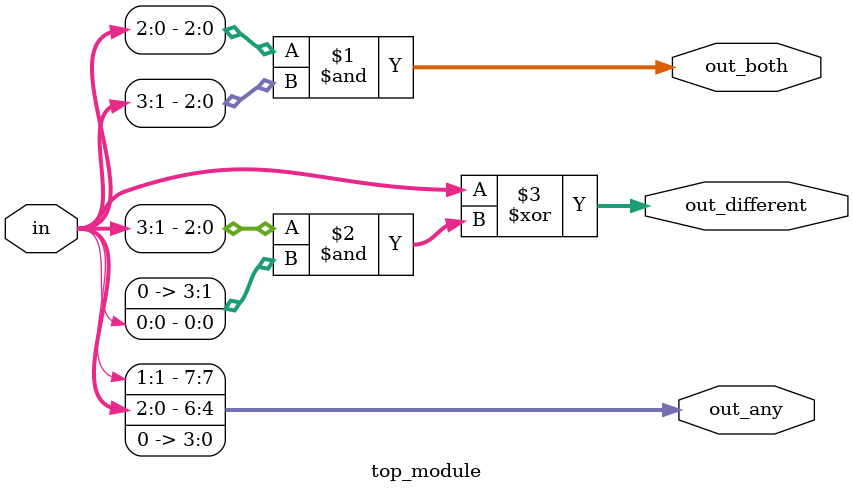
<source format=sv>
module top_module (
    input [3:0] in,
    output [2:0] out_both,
    output [7:0] out_any,
    output [3:0] out_different
);
    
    assign out_both = in[2:0] & in[3:1];
    assign out_any = {in[3:1], in[2:0], 4'b0000};
    assign out_different = in ^ (in[3:1] & {1'b0, in[0]});
    
endmodule

</source>
